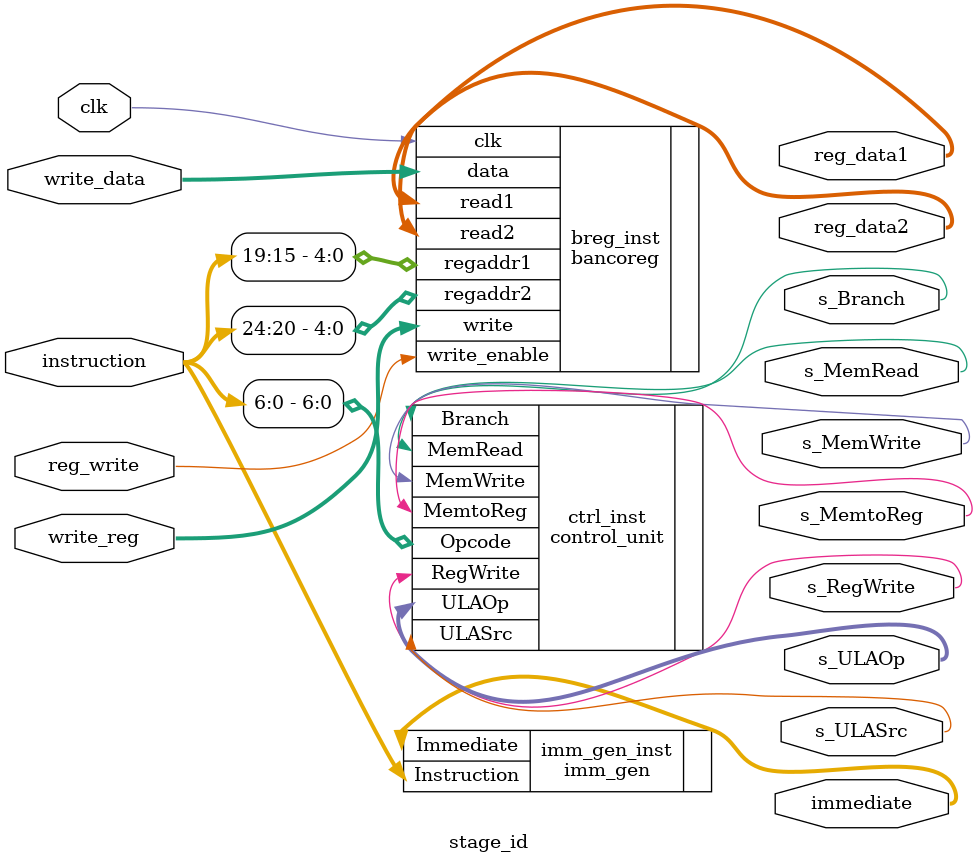
<source format=v>
module stage_id (
    input wire clk,
    input wire [31:0] instruction,
    input wire [4:0] write_reg,
    input wire [31:0] write_data,
    input wire reg_write,

    output wire [31:0] reg_data1,
    output wire [31:0] reg_data2,
    output wire [31:0] immediate,
    output wire s_RegWrite,
    output wire s_MemRead,
    output wire s_MemWrite,
    output wire s_MemtoReg,
    output wire s_ULASrc,
    output wire s_Branch,
    output wire [1:0] s_ULAOp
);

    control_unit ctrl_inst (
        .Opcode(instruction[6:0]),
        .RegWrite(s_RegWrite),
        .MemRead(s_MemRead),
        .MemWrite(s_MemWrite),
        .MemtoReg(s_MemtoReg),
        .ULASrc(s_ULASrc),
        .Branch(s_Branch),
        .ULAOp(s_ULAOp)
    );

    imm_gen imm_gen_inst (
        .Instruction(instruction),
        .Immediate(immediate)
    );

    bancoreg breg_inst (
        .clk(clk),
        .write_enable(reg_write),
        .regaddr1(instruction[19:15]),
        .regaddr2(instruction[24:20]),
        .write(write_reg),
        .data(write_data),
        .read1(reg_data1),
        .read2(reg_data2)
    );

endmodule
</source>
